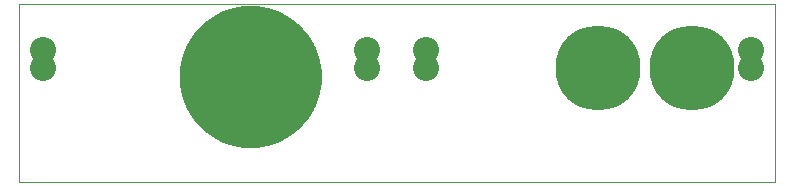
<source format=gts>
G75*
%MOIN*%
%OFA0B0*%
%FSLAX25Y25*%
%IPPOS*%
%LPD*%
%AMOC8*
5,1,8,0,0,1.08239X$1,22.5*
%
%ADD10C,0.00000*%
%ADD11C,0.23622*%
%ADD12C,0.28359*%
%ADD13C,0.08674*%
D10*
X0002968Y0001985D02*
X0002968Y0061040D01*
X0254936Y0061040D01*
X0254936Y0001985D01*
X0002968Y0001985D01*
D11*
X0068272Y0037016D02*
X0068276Y0037306D01*
X0068286Y0037596D01*
X0068304Y0037885D01*
X0068329Y0038174D01*
X0068361Y0038462D01*
X0068400Y0038749D01*
X0068446Y0039035D01*
X0068499Y0039320D01*
X0068559Y0039604D01*
X0068626Y0039886D01*
X0068700Y0040166D01*
X0068781Y0040445D01*
X0068868Y0040721D01*
X0068962Y0040995D01*
X0069063Y0041267D01*
X0069171Y0041536D01*
X0069285Y0041802D01*
X0069406Y0042066D01*
X0069533Y0042326D01*
X0069667Y0042584D01*
X0069806Y0042838D01*
X0069952Y0043088D01*
X0070104Y0043335D01*
X0070263Y0043578D01*
X0070427Y0043817D01*
X0070596Y0044052D01*
X0070772Y0044283D01*
X0070953Y0044509D01*
X0071140Y0044731D01*
X0071332Y0044948D01*
X0071529Y0045160D01*
X0071731Y0045368D01*
X0071939Y0045570D01*
X0072151Y0045767D01*
X0072368Y0045959D01*
X0072590Y0046146D01*
X0072816Y0046327D01*
X0073047Y0046503D01*
X0073282Y0046672D01*
X0073521Y0046836D01*
X0073764Y0046995D01*
X0074011Y0047147D01*
X0074261Y0047293D01*
X0074515Y0047432D01*
X0074773Y0047566D01*
X0075033Y0047693D01*
X0075297Y0047814D01*
X0075563Y0047928D01*
X0075832Y0048036D01*
X0076104Y0048137D01*
X0076378Y0048231D01*
X0076654Y0048318D01*
X0076933Y0048399D01*
X0077213Y0048473D01*
X0077495Y0048540D01*
X0077779Y0048600D01*
X0078064Y0048653D01*
X0078350Y0048699D01*
X0078637Y0048738D01*
X0078925Y0048770D01*
X0079214Y0048795D01*
X0079503Y0048813D01*
X0079793Y0048823D01*
X0080083Y0048827D01*
X0080373Y0048823D01*
X0080663Y0048813D01*
X0080952Y0048795D01*
X0081241Y0048770D01*
X0081529Y0048738D01*
X0081816Y0048699D01*
X0082102Y0048653D01*
X0082387Y0048600D01*
X0082671Y0048540D01*
X0082953Y0048473D01*
X0083233Y0048399D01*
X0083512Y0048318D01*
X0083788Y0048231D01*
X0084062Y0048137D01*
X0084334Y0048036D01*
X0084603Y0047928D01*
X0084869Y0047814D01*
X0085133Y0047693D01*
X0085393Y0047566D01*
X0085651Y0047432D01*
X0085905Y0047293D01*
X0086155Y0047147D01*
X0086402Y0046995D01*
X0086645Y0046836D01*
X0086884Y0046672D01*
X0087119Y0046503D01*
X0087350Y0046327D01*
X0087576Y0046146D01*
X0087798Y0045959D01*
X0088015Y0045767D01*
X0088227Y0045570D01*
X0088435Y0045368D01*
X0088637Y0045160D01*
X0088834Y0044948D01*
X0089026Y0044731D01*
X0089213Y0044509D01*
X0089394Y0044283D01*
X0089570Y0044052D01*
X0089739Y0043817D01*
X0089903Y0043578D01*
X0090062Y0043335D01*
X0090214Y0043088D01*
X0090360Y0042838D01*
X0090499Y0042584D01*
X0090633Y0042326D01*
X0090760Y0042066D01*
X0090881Y0041802D01*
X0090995Y0041536D01*
X0091103Y0041267D01*
X0091204Y0040995D01*
X0091298Y0040721D01*
X0091385Y0040445D01*
X0091466Y0040166D01*
X0091540Y0039886D01*
X0091607Y0039604D01*
X0091667Y0039320D01*
X0091720Y0039035D01*
X0091766Y0038749D01*
X0091805Y0038462D01*
X0091837Y0038174D01*
X0091862Y0037885D01*
X0091880Y0037596D01*
X0091890Y0037306D01*
X0091894Y0037016D01*
X0091890Y0036726D01*
X0091880Y0036436D01*
X0091862Y0036147D01*
X0091837Y0035858D01*
X0091805Y0035570D01*
X0091766Y0035283D01*
X0091720Y0034997D01*
X0091667Y0034712D01*
X0091607Y0034428D01*
X0091540Y0034146D01*
X0091466Y0033866D01*
X0091385Y0033587D01*
X0091298Y0033311D01*
X0091204Y0033037D01*
X0091103Y0032765D01*
X0090995Y0032496D01*
X0090881Y0032230D01*
X0090760Y0031966D01*
X0090633Y0031706D01*
X0090499Y0031448D01*
X0090360Y0031194D01*
X0090214Y0030944D01*
X0090062Y0030697D01*
X0089903Y0030454D01*
X0089739Y0030215D01*
X0089570Y0029980D01*
X0089394Y0029749D01*
X0089213Y0029523D01*
X0089026Y0029301D01*
X0088834Y0029084D01*
X0088637Y0028872D01*
X0088435Y0028664D01*
X0088227Y0028462D01*
X0088015Y0028265D01*
X0087798Y0028073D01*
X0087576Y0027886D01*
X0087350Y0027705D01*
X0087119Y0027529D01*
X0086884Y0027360D01*
X0086645Y0027196D01*
X0086402Y0027037D01*
X0086155Y0026885D01*
X0085905Y0026739D01*
X0085651Y0026600D01*
X0085393Y0026466D01*
X0085133Y0026339D01*
X0084869Y0026218D01*
X0084603Y0026104D01*
X0084334Y0025996D01*
X0084062Y0025895D01*
X0083788Y0025801D01*
X0083512Y0025714D01*
X0083233Y0025633D01*
X0082953Y0025559D01*
X0082671Y0025492D01*
X0082387Y0025432D01*
X0082102Y0025379D01*
X0081816Y0025333D01*
X0081529Y0025294D01*
X0081241Y0025262D01*
X0080952Y0025237D01*
X0080663Y0025219D01*
X0080373Y0025209D01*
X0080083Y0025205D01*
X0079793Y0025209D01*
X0079503Y0025219D01*
X0079214Y0025237D01*
X0078925Y0025262D01*
X0078637Y0025294D01*
X0078350Y0025333D01*
X0078064Y0025379D01*
X0077779Y0025432D01*
X0077495Y0025492D01*
X0077213Y0025559D01*
X0076933Y0025633D01*
X0076654Y0025714D01*
X0076378Y0025801D01*
X0076104Y0025895D01*
X0075832Y0025996D01*
X0075563Y0026104D01*
X0075297Y0026218D01*
X0075033Y0026339D01*
X0074773Y0026466D01*
X0074515Y0026600D01*
X0074261Y0026739D01*
X0074011Y0026885D01*
X0073764Y0027037D01*
X0073521Y0027196D01*
X0073282Y0027360D01*
X0073047Y0027529D01*
X0072816Y0027705D01*
X0072590Y0027886D01*
X0072368Y0028073D01*
X0072151Y0028265D01*
X0071939Y0028462D01*
X0071731Y0028664D01*
X0071529Y0028872D01*
X0071332Y0029084D01*
X0071140Y0029301D01*
X0070953Y0029523D01*
X0070772Y0029749D01*
X0070596Y0029980D01*
X0070427Y0030215D01*
X0070263Y0030454D01*
X0070104Y0030697D01*
X0069952Y0030944D01*
X0069806Y0031194D01*
X0069667Y0031448D01*
X0069533Y0031706D01*
X0069406Y0031966D01*
X0069285Y0032230D01*
X0069171Y0032496D01*
X0069063Y0032765D01*
X0068962Y0033037D01*
X0068868Y0033311D01*
X0068781Y0033587D01*
X0068700Y0033866D01*
X0068626Y0034146D01*
X0068559Y0034428D01*
X0068499Y0034712D01*
X0068446Y0034997D01*
X0068400Y0035283D01*
X0068361Y0035570D01*
X0068329Y0035858D01*
X0068304Y0036147D01*
X0068286Y0036436D01*
X0068276Y0036726D01*
X0068272Y0037016D01*
D12*
X0079591Y0037252D03*
X0195850Y0039858D03*
X0227378Y0039839D03*
D13*
X0247063Y0039862D03*
X0247055Y0045776D03*
X0138803Y0045776D03*
X0119102Y0045764D03*
X0119118Y0039870D03*
X0138787Y0039862D03*
X0010835Y0039850D03*
X0010835Y0045783D03*
M02*

</source>
